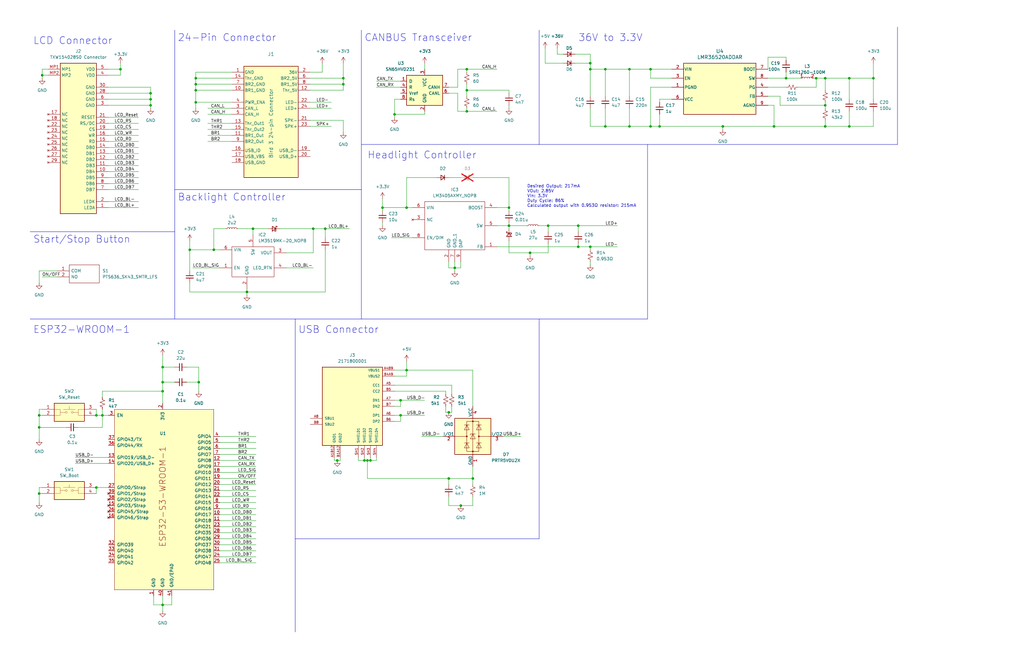
<source format=kicad_sch>
(kicad_sch (version 20230121) (generator eeschema)
  (paper "USLedger")
  (title_block (title "Bird 3 Controller"))
  (junction (at 278.13 53.34))
  (junction (at 274.32 29.21))
  (junction (at 255.27 29.21))
  (junction (at 191.77 113.03))
  (junction (at 68.58 255.27))
  (junction (at 80.01 105.41))
  (junction (at 248.92 29.21))
  (junction (at 243.84 95.25))
  (junction (at 82.55 38.1))
  (junction (at 166.37 48.26))
  (junction (at 161.29 87.63))
  (junction (at 82.55 33.02))
  (junction (at 168.91 168.91))
  (junction (at 189.23 173.99))
  (junction (at 196.85 38.1))
  (junction (at 16.51 208.28))
  (junction (at 248.92 104.14))
  (junction (at 358.14 33.02))
  (junction (at 16.51 175.26))
  (junction (at 104.14 123.19))
  (junction (at 63.5 41.91))
  (junction (at 68.58 165.1))
  (junction (at 137.16 96.52))
  (junction (at 196.85 29.21))
  (junction (at 90.17 105.41))
  (junction (at 82.55 35.56))
  (junction (at 63.5 39.37))
  (junction (at 83.82 161.29))
  (junction (at 16.51 180.34))
  (junction (at 196.85 46.99))
  (junction (at 347.98 33.02))
  (junction (at 304.8 53.34))
  (junction (at 231.14 95.25))
  (junction (at 347.98 53.34))
  (junction (at 144.78 33.02))
  (junction (at 274.32 53.34))
  (junction (at 214.63 95.25))
  (junction (at 156.21 194.31))
  (junction (at 154.94 194.31))
  (junction (at 50.8 29.21))
  (junction (at 144.78 35.56))
  (junction (at 331.47 33.02))
  (junction (at 68.58 161.29))
  (junction (at 40.64 205.74))
  (junction (at 168.91 175.26))
  (junction (at 214.63 87.63))
  (junction (at 344.17 33.02))
  (junction (at 189.23 201.93))
  (junction (at 68.58 154.94))
  (junction (at 63.5 44.45))
  (junction (at 153.67 194.31))
  (junction (at 43.18 175.26))
  (junction (at 199.39 201.93))
  (junction (at 82.55 43.18))
  (junction (at 358.14 53.34))
  (junction (at 142.24 194.31))
  (junction (at 132.08 96.52))
  (junction (at 171.45 156.21))
  (junction (at 347.98 44.45))
  (junction (at 40.64 175.26))
  (junction (at 265.43 29.21))
  (junction (at 243.84 104.14))
  (junction (at 106.68 96.52))
  (junction (at 17.78 31.75))
  (junction (at 255.27 53.34))
  (junction (at 171.45 87.63))
  (junction (at 194.31 213.36))
  (junction (at 223.52 106.68))
  (junction (at 265.43 53.34))
  (junction (at 368.3 33.02))
  (junction (at 248.92 26.67))
  (junction (at 326.39 53.34))
  (wire (pts (xy 166.37 165.1) (xy 187.96 165.1)))
  (wire (pts (xy 92.71 194.31) (xy 107.95 194.31)))
  (wire (pts (xy 90.17 96.52) (xy 90.17 105.41)))
  (wire (pts (xy 82.55 33.02) (xy 82.55 35.56)))
  (wire (pts (xy 17.78 31.75) (xy 17.78 33.02)))
  (wire (pts (xy 214.63 106.68) (xy 223.52 106.68)))
  (wire (pts (xy 92.71 234.95) (xy 107.95 234.95)))
  (wire (pts (xy 336.55 36.83) (xy 344.17 36.83)))
  (wire (pts (xy 17.78 29.21) (xy 17.78 31.75)))
  (wire (pts (xy 16.51 180.34) (xy 16.51 185.42)))
  (wire (pts (xy 64.77 255.27) (xy 68.58 255.27)))
  (wire (pts (xy 358.14 53.34) (xy 368.3 53.34)))
  (wire (pts (xy 274.32 53.34) (xy 278.13 53.34)))
  (wire (pts (xy 83.82 161.29) (xy 78.74 161.29)))
  (wire (pts (xy 166.37 156.21) (xy 171.45 156.21)))
  (wire (pts (xy 347.98 43.18) (xy 347.98 44.45)))
  (wire (pts (xy 68.58 165.1) (xy 68.58 170.18)))
  (wire (pts (xy 16.51 208.28) (xy 16.51 212.09)))
  (wire (pts (xy 283.21 41.91) (xy 278.13 41.91)))
  (wire (pts (xy 92.71 209.55) (xy 107.95 209.55)))
  (wire (pts (xy 144.78 38.1) (xy 144.78 35.56)))
  (wire (pts (xy 144.78 50.8) (xy 144.78 55.88)))
  (wire (pts (xy 323.85 24.13) (xy 331.47 24.13)))
  (wire (pts (xy 358.14 46.99) (xy 358.14 53.34)))
  (wire (pts (xy 63.5 44.45) (xy 63.5 45.72)))
  (wire (pts (xy 120.65 113.03) (xy 132.08 113.03)))
  (wire (pts (xy 331.47 30.48) (xy 331.47 33.02)))
  (wire (pts (xy 166.37 48.26) (xy 179.07 48.26)))
  (wire (pts (xy 137.16 123.19) (xy 104.14 123.19)))
  (wire (pts (xy 151.13 194.31) (xy 153.67 194.31)))
  (wire (pts (xy 331.47 33.02) (xy 337.82 33.02)))
  (polyline (pts (xy 227.33 12.7) (xy 227.33 60.96)))
  (wire (pts (xy 72.39 251.46) (xy 72.39 255.27)))
  (wire (pts (xy 87.63 48.26) (xy 97.79 48.26)))
  (wire (pts (xy 189.23 201.93) (xy 199.39 201.93)))
  (wire (pts (xy 248.92 110.49) (xy 248.92 111.76)))
  (wire (pts (xy 45.72 59.69) (xy 58.42 59.69)))
  (wire (pts (xy 189.23 173.99) (xy 190.5 173.99)))
  (wire (pts (xy 154.94 194.31) (xy 154.94 201.93)))
  (wire (pts (xy 243.84 97.79) (xy 243.84 95.25)))
  (wire (pts (xy 166.37 168.91) (xy 168.91 168.91)))
  (wire (pts (xy 189.23 201.93) (xy 189.23 204.47)))
  (polyline (pts (xy 12.7 134.62) (xy 124.46 134.62)))
  (wire (pts (xy 87.63 52.07) (xy 97.79 52.07)))
  (wire (pts (xy 87.63 54.61) (xy 97.79 54.61)))
  (polyline (pts (xy 152.4 80.01) (xy 152.4 134.62)))
  (wire (pts (xy 274.32 36.83) (xy 274.32 53.34)))
  (polyline (pts (xy 227.33 227.33) (xy 227.33 134.62)))
  (polyline (pts (xy 152.4 60.96) (xy 227.33 60.96)))
  (polyline (pts (xy 152.4 134.62) (xy 124.46 134.62)))
  (wire (pts (xy 118.11 96.52) (xy 132.08 96.52)))
  (wire (pts (xy 130.81 38.1) (xy 144.78 38.1)))
  (wire (pts (xy 237.49 22.86) (xy 234.95 22.86)))
  (wire (pts (xy 212.09 184.15) (xy 219.71 184.15)))
  (wire (pts (xy 82.55 43.18) (xy 82.55 45.72)))
  (wire (pts (xy 92.71 207.01) (xy 107.95 207.01)))
  (wire (pts (xy 189.23 39.37) (xy 193.04 39.37)))
  (wire (pts (xy 194.31 213.36) (xy 189.23 213.36)))
  (wire (pts (xy 189.23 110.49) (xy 189.23 113.03)))
  (wire (pts (xy 248.92 104.14) (xy 260.35 104.14)))
  (wire (pts (xy 265.43 29.21) (xy 255.27 29.21)))
  (wire (pts (xy 243.84 102.87) (xy 243.84 104.14)))
  (wire (pts (xy 92.71 191.77) (xy 107.95 191.77)))
  (wire (pts (xy 196.85 38.1) (xy 196.85 40.64)))
  (wire (pts (xy 104.14 121.92) (xy 104.14 123.19)))
  (wire (pts (xy 92.71 227.33) (xy 107.95 227.33)))
  (wire (pts (xy 179.07 48.26) (xy 179.07 46.99)))
  (wire (pts (xy 43.18 180.34) (xy 43.18 175.26)))
  (wire (pts (xy 187.96 165.1) (xy 187.96 166.37)))
  (wire (pts (xy 168.91 171.45) (xy 168.91 168.91)))
  (wire (pts (xy 68.58 154.94) (xy 68.58 161.29)))
  (wire (pts (xy 33.02 180.34) (xy 43.18 180.34)))
  (wire (pts (xy 199.39 156.21) (xy 199.39 171.45)))
  (wire (pts (xy 166.37 162.56) (xy 190.5 162.56)))
  (wire (pts (xy 328.93 40.64) (xy 328.93 44.45)))
  (wire (pts (xy 194.31 113.03) (xy 191.77 113.03)))
  (wire (pts (xy 187.96 171.45) (xy 187.96 173.99)))
  (wire (pts (xy 242.57 22.86) (xy 248.92 22.86)))
  (wire (pts (xy 40.64 205.74) (xy 40.64 208.28)))
  (wire (pts (xy 143.51 194.31) (xy 143.51 193.04)))
  (wire (pts (xy 166.37 175.26) (xy 168.91 175.26)))
  (wire (pts (xy 68.58 255.27) (xy 68.58 257.81)))
  (wire (pts (xy 368.3 33.02) (xy 368.3 41.91)))
  (wire (pts (xy 278.13 48.26) (xy 278.13 53.34)))
  (wire (pts (xy 140.97 193.04) (xy 140.97 194.31)))
  (wire (pts (xy 189.23 113.03) (xy 191.77 113.03)))
  (wire (pts (xy 92.71 196.85) (xy 107.95 196.85)))
  (wire (pts (xy 214.63 95.25) (xy 222.25 95.25)))
  (wire (pts (xy 171.45 87.63) (xy 173.99 87.63)))
  (wire (pts (xy 278.13 41.91) (xy 278.13 43.18)))
  (wire (pts (xy 214.63 38.1) (xy 214.63 39.37)))
  (wire (pts (xy 158.75 36.83) (xy 168.91 36.83)))
  (wire (pts (xy 92.71 232.41) (xy 107.95 232.41)))
  (wire (pts (xy 45.72 57.15) (xy 58.42 57.15)))
  (wire (pts (xy 80.01 105.41) (xy 80.01 114.3)))
  (wire (pts (xy 45.72 44.45) (xy 63.5 44.45)))
  (wire (pts (xy 248.92 45.72) (xy 248.92 53.34)))
  (wire (pts (xy 326.39 44.45) (xy 326.39 53.34)))
  (wire (pts (xy 58.42 80.01) (xy 45.72 80.01)))
  (wire (pts (xy 193.04 29.21) (xy 196.85 29.21)))
  (wire (pts (xy 92.71 201.93) (xy 107.95 201.93)))
  (wire (pts (xy 344.17 33.02) (xy 342.9 33.02)))
  (wire (pts (xy 199.39 213.36) (xy 194.31 213.36)))
  (wire (pts (xy 177.8 184.15) (xy 186.69 184.15)))
  (wire (pts (xy 161.29 93.98) (xy 161.29 95.25)))
  (wire (pts (xy 214.63 74.93) (xy 214.63 87.63)))
  (wire (pts (xy 223.52 106.68) (xy 223.52 107.95)))
  (wire (pts (xy 45.72 85.09) (xy 58.42 85.09)))
  (wire (pts (xy 90.17 105.41) (xy 80.01 105.41)))
  (wire (pts (xy 231.14 97.79) (xy 231.14 95.25)))
  (wire (pts (xy 368.3 26.67) (xy 368.3 33.02)))
  (wire (pts (xy 135.89 26.67) (xy 135.89 30.48)))
  (wire (pts (xy 243.84 95.25) (xy 260.35 95.25)))
  (wire (pts (xy 229.87 26.67) (xy 237.49 26.67)))
  (wire (pts (xy 304.8 53.34) (xy 326.39 53.34)))
  (wire (pts (xy 179.07 26.67) (xy 179.07 29.21)))
  (wire (pts (xy 43.18 172.72) (xy 43.18 175.26)))
  (wire (pts (xy 243.84 104.14) (xy 248.92 104.14)))
  (wire (pts (xy 78.74 154.94) (xy 83.82 154.94)))
  (wire (pts (xy 166.37 171.45) (xy 168.91 171.45)))
  (wire (pts (xy 156.21 194.31) (xy 158.75 194.31)))
  (wire (pts (xy 45.72 72.39) (xy 58.42 72.39)))
  (wire (pts (xy 214.63 44.45) (xy 214.63 45.72)))
  (polyline (pts (xy 378.46 11.43) (xy 378.46 60.96)))
  (wire (pts (xy 64.77 251.46) (xy 64.77 255.27)))
  (wire (pts (xy 231.14 106.68) (xy 223.52 106.68)))
  (wire (pts (xy 82.55 38.1) (xy 97.79 38.1)))
  (wire (pts (xy 137.16 96.52) (xy 147.32 96.52)))
  (wire (pts (xy 40.64 205.74) (xy 45.72 205.74)))
  (wire (pts (xy 196.85 46.99) (xy 209.55 46.99)))
  (wire (pts (xy 323.85 36.83) (xy 331.47 36.83)))
  (wire (pts (xy 45.72 69.85) (xy 58.42 69.85)))
  (polyline (pts (xy 273.05 134.62) (xy 273.05 60.96)))
  (wire (pts (xy 45.72 36.83) (xy 63.5 36.83)))
  (wire (pts (xy 132.08 96.52) (xy 137.16 96.52)))
  (wire (pts (xy 92.71 105.41) (xy 90.17 105.41)))
  (wire (pts (xy 16.51 172.72) (xy 17.78 172.72)))
  (wire (pts (xy 130.81 45.72) (xy 139.7 45.72)))
  (polyline (pts (xy 152.4 134.62) (xy 273.05 134.62)))
  (wire (pts (xy 142.24 194.31) (xy 143.51 194.31)))
  (wire (pts (xy 166.37 41.91) (xy 166.37 48.26)))
  (wire (pts (xy 255.27 29.21) (xy 248.92 29.21)))
  (wire (pts (xy 199.39 201.93) (xy 199.39 204.47)))
  (wire (pts (xy 283.21 29.21) (xy 274.32 29.21)))
  (wire (pts (xy 166.37 48.26) (xy 166.37 49.53)))
  (wire (pts (xy 45.72 64.77) (xy 58.42 64.77)))
  (wire (pts (xy 45.72 39.37) (xy 63.5 39.37)))
  (wire (pts (xy 45.72 74.93) (xy 58.42 74.93)))
  (wire (pts (xy 130.81 30.48) (xy 135.89 30.48)))
  (wire (pts (xy 154.94 194.31) (xy 156.21 194.31)))
  (wire (pts (xy 63.5 39.37) (xy 63.5 41.91)))
  (wire (pts (xy 40.64 175.26) (xy 43.18 175.26)))
  (wire (pts (xy 161.29 87.63) (xy 171.45 87.63)))
  (wire (pts (xy 242.57 26.67) (xy 248.92 26.67)))
  (wire (pts (xy 45.72 41.91) (xy 63.5 41.91)))
  (wire (pts (xy 323.85 33.02) (xy 331.47 33.02)))
  (wire (pts (xy 196.85 38.1) (xy 214.63 38.1)))
  (wire (pts (xy 83.82 154.94) (xy 83.82 161.29)))
  (wire (pts (xy 45.72 67.31) (xy 58.42 67.31)))
  (wire (pts (xy 344.17 36.83) (xy 344.17 33.02)))
  (wire (pts (xy 16.51 175.26) (xy 16.51 180.34)))
  (wire (pts (xy 92.71 184.15) (xy 107.95 184.15)))
  (wire (pts (xy 154.94 201.93) (xy 189.23 201.93)))
  (wire (pts (xy 265.43 53.34) (xy 274.32 53.34)))
  (wire (pts (xy 17.78 116.84) (xy 24.13 116.84)))
  (wire (pts (xy 132.08 96.52) (xy 132.08 106.68)))
  (wire (pts (xy 82.55 35.56) (xy 82.55 38.1)))
  (wire (pts (xy 95.25 96.52) (xy 90.17 96.52)))
  (wire (pts (xy 63.5 36.83) (xy 63.5 39.37)))
  (polyline (pts (xy 124.46 227.33) (xy 227.33 227.33)))
  (wire (pts (xy 184.15 74.93) (xy 171.45 74.93)))
  (wire (pts (xy 92.71 222.25) (xy 107.95 222.25)))
  (wire (pts (xy 153.67 193.04) (xy 153.67 194.31)))
  (wire (pts (xy 283.21 33.02) (xy 274.32 33.02)))
  (wire (pts (xy 191.77 113.03) (xy 191.77 114.3)))
  (wire (pts (xy 347.98 44.45) (xy 347.98 45.72)))
  (wire (pts (xy 358.14 33.02) (xy 368.3 33.02)))
  (wire (pts (xy 255.27 45.72) (xy 255.27 53.34)))
  (wire (pts (xy 45.72 29.21) (xy 50.8 29.21)))
  (wire (pts (xy 156.21 193.04) (xy 156.21 194.31)))
  (wire (pts (xy 73.66 161.29) (xy 68.58 161.29)))
  (wire (pts (xy 189.23 74.93) (xy 194.31 74.93)))
  (wire (pts (xy 82.55 33.02) (xy 97.79 33.02)))
  (wire (pts (xy 43.18 175.26) (xy 45.72 175.26)))
  (wire (pts (xy 130.81 35.56) (xy 144.78 35.56)))
  (wire (pts (xy 16.51 114.3) (xy 16.51 119.38)))
  (wire (pts (xy 130.81 50.8) (xy 144.78 50.8)))
  (wire (pts (xy 347.98 33.02) (xy 344.17 33.02)))
  (wire (pts (xy 199.39 156.21) (xy 171.45 156.21)))
  (wire (pts (xy 63.5 41.91) (xy 63.5 44.45)))
  (wire (pts (xy 158.75 34.29) (xy 168.91 34.29)))
  (wire (pts (xy 193.04 36.83) (xy 193.04 29.21)))
  (wire (pts (xy 45.72 87.63) (xy 58.42 87.63)))
  (wire (pts (xy 214.63 87.63) (xy 214.63 88.9)))
  (wire (pts (xy 214.63 87.63) (xy 209.55 87.63)))
  (wire (pts (xy 92.71 212.09) (xy 107.95 212.09)))
  (wire (pts (xy 196.85 29.21) (xy 196.85 30.48)))
  (wire (pts (xy 68.58 251.46) (xy 68.58 255.27)))
  (wire (pts (xy 92.71 237.49) (xy 107.95 237.49)))
  (wire (pts (xy 166.37 158.75) (xy 171.45 158.75)))
  (wire (pts (xy 92.71 214.63) (xy 107.95 214.63)))
  (wire (pts (xy 68.58 149.86) (xy 68.58 154.94)))
  (wire (pts (xy 45.72 62.23) (xy 58.42 62.23)))
  (polyline (pts (xy 124.46 134.62) (xy 124.46 266.7)))
  (wire (pts (xy 106.68 96.52) (xy 113.03 96.52)))
  (wire (pts (xy 68.58 161.29) (xy 68.58 165.1)))
  (wire (pts (xy 274.32 33.02) (xy 274.32 29.21)))
  (wire (pts (xy 43.18 167.64) (xy 43.18 165.1)))
  (wire (pts (xy 151.13 193.04) (xy 151.13 194.31)))
  (wire (pts (xy 248.92 104.14) (xy 248.92 105.41)))
  (polyline (pts (xy 227.33 60.96) (xy 378.46 60.96)))
  (wire (pts (xy 87.63 59.69) (xy 97.79 59.69)))
  (wire (pts (xy 58.42 54.61) (xy 45.72 54.61)))
  (wire (pts (xy 137.16 105.41) (xy 137.16 123.19)))
  (wire (pts (xy 161.29 87.63) (xy 161.29 88.9)))
  (wire (pts (xy 171.45 156.21) (xy 171.45 152.4)))
  (wire (pts (xy 80.01 119.38) (xy 80.01 123.19)))
  (wire (pts (xy 58.42 77.47) (xy 45.72 77.47)))
  (wire (pts (xy 199.39 196.85) (xy 199.39 201.93)))
  (wire (pts (xy 347.98 50.8) (xy 347.98 53.34)))
  (wire (pts (xy 187.96 173.99) (xy 189.23 173.99)))
  (polyline (pts (xy 12.7 97.79) (xy 73.66 97.79)))
  (wire (pts (xy 153.67 194.31) (xy 154.94 194.31)))
  (wire (pts (xy 68.58 255.27) (xy 72.39 255.27)))
  (wire (pts (xy 132.08 106.68) (xy 120.65 106.68)))
  (wire (pts (xy 168.91 177.8) (xy 166.37 177.8)))
  (polyline (pts (xy 152.4 12.7) (xy 152.4 80.01)))
  (wire (pts (xy 248.92 22.86) (xy 248.92 26.67)))
  (wire (pts (xy 209.55 95.25) (xy 214.63 95.25)))
  (wire (pts (xy 17.78 205.74) (xy 16.51 205.74)))
  (wire (pts (xy 199.39 209.55) (xy 199.39 213.36)))
  (wire (pts (xy 331.47 24.13) (xy 331.47 25.4)))
  (polyline (pts (xy 73.66 12.7) (xy 73.66 97.79)))
  (wire (pts (xy 106.68 96.52) (xy 106.68 99.06)))
  (wire (pts (xy 347.98 38.1) (xy 347.98 33.02)))
  (wire (pts (xy 265.43 45.72) (xy 265.43 53.34)))
  (wire (pts (xy 214.63 95.25) (xy 214.63 93.98)))
  (wire (pts (xy 82.55 38.1) (xy 82.55 43.18)))
  (wire (pts (xy 45.72 193.04) (xy 31.75 193.04)))
  (wire (pts (xy 214.63 95.25) (xy 214.63 96.52)))
  (wire (pts (xy 248.92 53.34) (xy 255.27 53.34)))
  (wire (pts (xy 144.78 26.67) (xy 144.78 33.02)))
  (wire (pts (xy 199.39 74.93) (xy 214.63 74.93)))
  (wire (pts (xy 196.85 35.56) (xy 196.85 38.1)))
  (wire (pts (xy 190.5 162.56) (xy 190.5 166.37)))
  (wire (pts (xy 278.13 53.34) (xy 304.8 53.34)))
  (wire (pts (xy 40.64 172.72) (xy 40.64 175.26)))
  (wire (pts (xy 140.97 194.31) (xy 142.24 194.31)))
  (wire (pts (xy 100.33 96.52) (xy 106.68 96.52)))
  (wire (pts (xy 80.01 101.6) (xy 80.01 105.41)))
  (wire (pts (xy 31.75 195.58) (xy 45.72 195.58)))
  (wire (pts (xy 255.27 53.34) (xy 265.43 53.34)))
  (wire (pts (xy 24.13 114.3) (xy 16.51 114.3)))
  (wire (pts (xy 58.42 49.53) (xy 45.72 49.53)))
  (wire (pts (xy 165.1 100.33) (xy 173.99 100.33)))
  (wire (pts (xy 323.85 24.13) (xy 323.85 29.21)))
  (wire (pts (xy 82.55 35.56) (xy 97.79 35.56)))
  (wire (pts (xy 130.81 33.02) (xy 144.78 33.02)))
  (wire (pts (xy 231.14 102.87) (xy 231.14 106.68)))
  (wire (pts (xy 50.8 29.21) (xy 50.8 31.75)))
  (polyline (pts (xy 152.4 80.01) (xy 73.66 80.01)))
  (wire (pts (xy 92.71 199.39) (xy 107.95 199.39)))
  (wire (pts (xy 92.71 229.87) (xy 107.95 229.87)))
  (wire (pts (xy 171.45 158.75) (xy 171.45 156.21)))
  (wire (pts (xy 20.32 31.75) (xy 17.78 31.75)))
  (wire (pts (xy 168.91 175.26) (xy 168.91 177.8)))
  (wire (pts (xy 323.85 44.45) (xy 326.39 44.45)))
  (wire (pts (xy 189.23 36.83) (xy 193.04 36.83)))
  (wire (pts (xy 137.16 96.52) (xy 137.16 100.33)))
  (wire (pts (xy 87.63 45.72) (xy 97.79 45.72)))
  (wire (pts (xy 68.58 154.94) (xy 73.66 154.94)))
  (wire (pts (xy 243.84 95.25) (xy 231.14 95.25)))
  (wire (pts (xy 50.8 31.75) (xy 45.72 31.75)))
  (wire (pts (xy 43.18 165.1) (xy 68.58 165.1)))
  (wire (pts (xy 304.8 53.34) (xy 304.8 54.61)))
  (wire (pts (xy 231.14 95.25) (xy 227.33 95.25)))
  (wire (pts (xy 82.55 30.48) (xy 82.55 33.02)))
  (wire (pts (xy 130.81 53.34) (xy 139.7 53.34)))
  (wire (pts (xy 196.85 45.72) (xy 196.85 46.99)))
  (wire (pts (xy 229.87 20.32) (xy 229.87 26.67)))
  (wire (pts (xy 16.51 172.72) (xy 16.51 175.26)))
  (wire (pts (xy 161.29 83.82) (xy 161.29 87.63)))
  (wire (pts (xy 83.82 161.29) (xy 83.82 165.1)))
  (wire (pts (xy 158.75 194.31) (xy 158.75 193.04)))
  (wire (pts (xy 92.71 217.17) (xy 107.95 217.17)))
  (wire (pts (xy 214.63 101.6) (xy 214.63 106.68)))
  (wire (pts (xy 248.92 26.67) (xy 248.92 29.21)))
  (wire (pts (xy 191.77 110.49) (xy 191.77 113.03)))
  (wire (pts (xy 144.78 33.02) (xy 144.78 35.56)))
  (wire (pts (xy 265.43 29.21) (xy 265.43 40.64)))
  (wire (pts (xy 92.71 204.47) (xy 107.95 204.47)))
  (wire (pts (xy 171.45 74.93) (xy 171.45 87.63)))
  (wire (pts (xy 92.71 186.69) (xy 107.95 186.69)))
  (wire (pts (xy 190.5 173.99) (xy 190.5 171.45)))
  (wire (pts (xy 16.51 175.26) (xy 17.78 175.26)))
  (wire (pts (xy 358.14 41.91) (xy 358.14 33.02)))
  (wire (pts (xy 274.32 29.21) (xy 265.43 29.21)))
  (wire (pts (xy 81.28 113.03) (xy 92.71 113.03)))
  (wire (pts (xy 92.71 224.79) (xy 107.95 224.79)))
  (wire (pts (xy 248.92 29.21) (xy 248.92 40.64)))
  (wire (pts (xy 168.91 175.26) (xy 179.07 175.26)))
  (wire (pts (xy 347.98 53.34) (xy 358.14 53.34)))
  (wire (pts (xy 209.55 104.14) (xy 243.84 104.14)))
  (wire (pts (xy 20.32 29.21) (xy 17.78 29.21)))
  (wire (pts (xy 104.14 123.19) (xy 104.14 124.46)))
  (polyline (pts (xy 73.66 97.79) (xy 73.66 134.62)))
  (wire (pts (xy 368.3 46.99) (xy 368.3 53.34)))
  (wire (pts (xy 92.71 219.71) (xy 107.95 219.71)))
  (wire (pts (xy 255.27 29.21) (xy 255.27 40.64)))
  (wire (pts (xy 326.39 53.34) (xy 347.98 53.34)))
  (wire (pts (xy 328.93 44.45) (xy 347.98 44.45)))
  (wire (pts (xy 16.51 180.34) (xy 27.94 180.34)))
  (wire (pts (xy 16.51 208.28) (xy 17.78 208.28)))
  (wire (pts (xy 189.23 213.36) (xy 189.23 209.55)))
  (wire (pts (xy 87.63 57.15) (xy 97.79 57.15)))
  (wire (pts (xy 196.85 29.21) (xy 209.55 29.21)))
  (wire (pts (xy 168.91 41.91) (xy 166.37 41.91)))
  (wire (pts (xy 50.8 26.67) (xy 50.8 29.21)))
  (wire (pts (xy 168.91 168.91) (xy 179.07 168.91)))
  (wire (pts (xy 16.51 205.74) (xy 16.51 208.28)))
  (wire (pts (xy 82.55 43.18) (xy 97.79 43.18)))
  (wire (pts (xy 193.04 46.99) (xy 196.85 46.99)))
  (wire (pts (xy 193.04 39.37) (xy 193.04 46.99)))
  (wire (pts (xy 58.42 52.07) (xy 45.72 52.07)))
  (wire (pts (xy 358.14 33.02) (xy 347.98 33.02)))
  (wire (pts (xy 283.21 36.83) (xy 274.32 36.83)))
  (wire (pts (xy 130.81 43.18) (xy 139.7 43.18)))
  (wire (pts (xy 80.01 123.19) (xy 104.14 123.19)))
  (wire (pts (xy 323.85 40.64) (xy 328.93 40.64)))
  (wire (pts (xy 97.79 30.48) (xy 82.55 30.48)))
  (wire (pts (xy 92.71 189.23) (xy 107.95 189.23)))
  (wire (pts (xy 194.31 110.49) (xy 194.31 113.03)))
  (wire (pts (xy 234.95 22.86) (xy 234.95 20.32)))
  (text "Headlight Controller" (at 154.94 67.31 0) (effects (font (size 3 3)) (justify left bottom)))
  (text "36V to 3.3V" (at 243.84 17.78 0) (effects (font (size 3 3)) (justify left bottom)))
  (text "ESP32-WROOM-1" (at 13.97 140.97 0) (effects (font (size 3 3)) (justify left bottom)))
  (text "CANBUS Transceiver" (at 153.67 17.78 0) (effects (font (size 3 3)) (justify left bottom)))
  (text "Desired Output: 217mA\nVOut: 2.85V\nVIn: 3.3V\nDuty Cycle: 86%\nCalculated output with 0.953Ω resistor: 215mA" (at 222.25 87.63 0) (effects (font (size 1.27 1.27)) (justify left bottom)))
  (text "24-Pin Connector" (at 74.93 17.78 0) (effects (font (size 3 3)) (justify left bottom)))
  (text "LCD Connector" (at 13.97 19.05 0) (effects (font (size 3 3)) (justify left bottom)))
  (text "Backlight Controller" (at 74.93 85.09 0) (effects (font (size 3 3)) (justify left bottom)))
  (text "USB Connector" (at 125.73 140.97 0) (effects (font (size 3 3)) (justify left bottom)))
  (text "Start/Stop Button" (at 13.97 102.87 0) (effects (font (size 3 3)) (justify left bottom)))
  (label "LED+" (at 133.35 45.72 0))
  (label "LCD_DB7" (at 97.79 234.95 0))
  (label "BR2" (at 88.9 59.69 0))
  (label "CAN_TX" (at 100.33 194.31 0))
  (label "LED-" (at 133.35 43.18 0))
  (label "LCD_RD" (at 97.79 214.63 0))
  (label "CAN_RX" (at 100.33 196.85 0))
  (label "LCD_CS" (at 48.26 54.61 0))
  (label "USB_D+" (at 31.75 195.58 0))
  (label "LCD_DB0" (at 97.79 217.17 0))
  (label "LCD_CS" (at 97.79 209.55 0))
  (label "LCD_BL-" (at 123.19 113.03 0))
  (label "THR1" (at 88.9 52.07 0))
  (label "LCD_RD" (at 48.26 59.69 0))
  (label "LCD_DB6" (at 48.26 77.47 0))
  (label "CAN_H" (at 203.2 29.21 0))
  (label "LCD_DB3" (at 48.26 69.85 0))
  (label "LCD_BL_SIG" (at 95.25 237.49 0))
  (label "SPK+" (at 133.35 53.34 0))
  (label "BR1" (at 88.9 57.15 0))
  (label "USB_D-" (at 177.8 184.15 0))
  (label "THR2" (at 88.9 54.61 0))
  (label "LCD_DB4" (at 48.26 72.39 0))
  (label "CAN_TX" (at 158.75 34.29 0))
  (label "LCD_DB6" (at 97.79 232.41 0))
  (label "ON{slash}OFF" (at 17.78 116.84 0))
  (label "LED+" (at 255.27 95.25 0))
  (label "LCD_DB1" (at 97.79 219.71 0))
  (label "LCD_DB2" (at 97.79 222.25 0))
  (label "LCD_DB5" (at 97.79 229.87 0))
  (label "LCD_BL+" (at 48.26 87.63 0))
  (label "LED_SIG" (at 100.33 199.39 0))
  (label "LCD_WR" (at 48.26 57.15 0))
  (label "LCD_DB4" (at 97.79 227.33 0))
  (label "LCD_DB7" (at 48.26 80.01 0))
  (label "LCD_RS" (at 48.26 52.07 0))
  (label "LCD_DB0" (at 48.26 62.23 0))
  (label "LCD_BL-" (at 48.26 85.09 0))
  (label "LCD_RS" (at 97.79 207.01 0))
  (label "LCD_BL+" (at 138.43 96.52 0))
  (label "CAN_H" (at 88.9 48.26 0))
  (label "LCD_BL_SIG" (at 81.28 113.03 0))
  (label "LCD_DB5" (at 48.26 74.93 0))
  (label "THR1" (at 100.33 184.15 0))
  (label "LED_SIG" (at 165.1 100.33 0))
  (label "THR2" (at 100.33 186.69 0))
  (label "USB_D+" (at 171.45 175.26 0))
  (label "CAN_L" (at 88.9 45.72 0))
  (label "BR1" (at 100.33 189.23 0))
  (label "BR2" (at 100.33 191.77 0))
  (label "USB_D+" (at 212.09 184.15 0))
  (label "LCD_Reset" (at 97.79 204.47 0))
  (label "ON{slash}OFF" (at 100.33 201.93 0))
  (label "LCD_DB1" (at 48.26 64.77 0))
  (label "USB_D-" (at 31.75 193.04 0))
  (label "LCD_DB3" (at 97.79 224.79 0))
  (label "LCD_WR" (at 97.79 212.09 0))
  (label "CAN_RX" (at 158.75 36.83 0))
  (label "CAN_L" (at 203.2 46.99 0))
  (label "LED-" (at 255.27 104.14 0))
  (label "LCD_Reset" (at 48.26 49.53 0))
  (label "LCD_DB2" (at 48.26 67.31 0))
  (label "USB_D-" (at 171.45 168.91 0))
  (symbol (lib_id "power:+3.3V") (at 161.29 83.82 0) (unit 1)
    (property "Reference" "#PWR035" (effects hide))
    (property "Value" "+3.3V" (at 161.29 78.74 0))
  )
  (symbol (lib_id "Device:D_Schottky_Small") (at 115.57 96.52 0) (mirror y) (unit 1)
    (property "Reference" "D1" (at 115.824 92.71 0))
    (property "Value" "D_Schottky_Small" (effects hide))
    (property "Footprint" "Diode_SMD:D_0805_2012Metric_Pad1.15x1.40mm_HandSolder" (effects hide))
    (property "Datasheet" "https://www.mouser.com/datasheet/2/40/schottky-3165252.pdf" (effects hide))
    (property "Mouser Part Number" "581-SD0805S020S1R0" (effects hide))
    (property "Manufacturer_Name" "KYOCERA AVX" (effects hide))
    (property "Manufacturer_Part_Number" "SD0805S020S1R0" (effects hide))
    (property "Digikey Part Number" "478-7800-1-ND" (effects hide))
    (property "JLCPCB Part" "C143773" (effects hide))
  )
  (symbol (lib_id "power:GND") (at 63.5 45.72 0) (unit 1)
    (property "Reference" "#PWR015" (effects hide))
    (property "Value" "GND" (at 63.5 50.8 0))
  )
  (symbol (lib_id "Bird3Controller:PTS526_SK15_SMTR2_LFS") (at 29.21 207.01 0) (unit 1)
    (property "Reference" "SW1" (at 29.21 198.12 0))
    (property "Value" "SW_Boot" (at 29.21 200.66 0))
    (property "Footprint" "Bird3Controller:PTS526SK15SMTR2LFS" (effects hide))
    (property "Datasheet" "https://www.ckswitches.com/media/2780/pts526.pdf" (effects hide))
    (property "Height" "1.65" (effects hide))
    (property "Mouser Part Number" "611-PTS526SK15SMR2L" (effects hide))
    (property "Mouser Price/Stock" "https://www.mouser.co.uk/ProductDetail/CK/PTS526-SK15-SMTR2-LFS?qs=UXgszm6BlbF5Ezp94JAQtw%3D%3D" (effects hide))
    (property "Manufacturer_Name" "C & K COMPONENTS" (effects hide))
    (property "Manufacturer_Part_Number" "PTS526 SK15 SMTR2 LFS" (effects hide))
    (property "Digikey Part Number" "CKN12221-1-ND" (effects hide))
    (property "JLCPCB Part" "C2689521" (effects hide))
  )
  (symbol (lib_id "Device:C_Small") (at 189.23 207.01 0) (unit 1)
    (property "Reference" "C4" (at 191.77 205.7463 0) (effects (justify left)))
    (property "Value" "4n7" (at 191.77 208.2863 0) (effects (justify left)))
    (property "Footprint" "Capacitor_SMD:C_0805_2012Metric_Pad1.18x1.45mm_HandSolder" (effects hide))
    (property "Datasheet" "https://www.mouser.com/datasheet/2/40/AutoMLCC-2952695.pdf" (effects hide))
    (property "Mouser Part Number" "581-08055C472K4T4A" (effects hide))
    (property "Manufacturer_Name" "KYOCERA AVX" (effects hide))
    (property "Manufacturer_Part_Number" "08055C472K4T4A" (effects hide))
    (property "Digikey Part Number" "478-KAM21KR71E224KUCT-ND" (effects hide))
    (property "JLCPCB Part" "C117979" (effects hide))
  )
  (symbol (lib_id "Device:C_Small") (at 137.16 102.87 0) (unit 1)
    (property "Reference" "C22" (at 139.7 101.6063 0) (effects (justify left)))
    (property "Value" "1u" (at 139.7 104.1463 0) (effects (justify left)))
    (property "Footprint" "Capacitor_SMD:C_0805_2012Metric_Pad1.18x1.45mm_HandSolder" (effects hide))
    (property "Datasheet" "https://www.mouser.com/datasheet/2/585/MLCC-1837944.pdf" (effects hide))
    (property "Mouser Part Number" "187-CL21B105MBFNNNE" (effects hide))
    (property "Manufacturer_Name" "Samsung Electro-Mechanics" (effects hide))
    (property "Manufacturer_Part_Number" "CL21B105MBFNNNE" (effects hide))
    (property "Digikey Part Number" "1276-1029-1-ND" (effects hide))
    (property "JLCPCB Part" "C28323" (effects hide))
  )
  (symbol (lib_id "Device:R_Small_US") (at 196.85 43.18 0) (unit 1)
    (property "Reference" "R6" (at 199.39 41.91 0) (effects (justify left)))
    (property "Value" "60" (at 199.39 44.45 0) (effects (justify left)))
    (property "Footprint" "Resistor_SMD:R_0805_2012Metric_Pad1.20x1.40mm_HandSolder" (effects hide))
    (property "Datasheet" "https://www.vishay.com/doc?20065" (effects hide))
    (property "Mouser Part Number" "71-RCS080560R4FKEA" (effects hide))
    (property "Manufacturer_Name" "Vishay / Dale" (effects hide))
    (property "Manufacturer_Part_Number" "RCS080560R4FKEA" (effects hide))
    (property "Digikey Part Number" "541-RCS080560R4FKEACT-ND" (effects hide))
    (property "JLCPCB Part" "C1880864" (effects hide))
  )
  (symbol (lib_id "power:GND") (at 16.51 212.09 0) (unit 1)
    (property "Reference" "#PWR011" (effects hide))
    (property "Value" "GND" (at 16.51 217.17 0))
  )
  (symbol (lib_id "Device:C_Small") (at 80.01 116.84 0) (unit 1)
    (property "Reference" "C21" (at 82.55 115.5763 0) (effects (justify left)))
    (property "Value" "4u7" (at 82.55 118.1163 0) (effects (justify left)))
    (property "Footprint" "Capacitor_SMD:C_1210_3225Metric_Pad1.33x2.70mm_HandSolder" (effects hide))
    (property "Datasheet" "https://www.mouser.com/datasheet/2/585/MLCC_Automotive-1837966.pdf" (effects hide))
    (property "Mouser Part Number" "187-CL32Y475MCIVPNE" (effects hide))
    (property "Manufacturer_Name" "Samsung Electro-Mechanics" (effects hide))
    (property "Manufacturer_Part_Number" "CL32Y475MCIVPNE" (effects hide))
    (property "Digikey Part Number" "1276-CL32Y475KCIVPNECT-ND" (effects hide))
    (property "JLCPCB Part" "C385986" (effects hide))
  )
  (symbol (lib_id "power:+3V3") (at 179.07 26.67 0) (unit 1)
    (property "Reference" "#PWR014" (effects hide))
    (property "Value" "+3V3" (at 179.07 21.59 0))
  )
  (symbol (lib_id "power:+3V3") (at 68.58 149.86 0) (unit 1)
    (property "Reference" "#PWR020" (effects hide))
    (property "Value" "+3V3" (at 68.58 144.78 0))
  )
  (symbol (lib_id "Bird3Controller:ESP32-S3-WROOM-1") (at 68.58 210.82 0) (unit 1)
    (property "Reference" "U1" (at 67.31 182.88 0) (effects (justify left)))
    (property "Value" "ESP32-S3-WROOM-1" (effects hide))
    (property "Footprint" "Bird3Controller:ESP32-S3-WROOM-1" (effects hide))
    (property "Datasheet" "https://www.espressif.com/sites/default/files/documentation/esp32-s3-wroom-1_wroom-1u_datasheet_en.pdf" (effects hide))
    (property "Mouser Part Number" "356-EP32S3WROOM1N8R8" (effects hide))
    (property "Manufacturer_Name" "Espressif Systems" (effects hide))
    (property "Manufacturer_Part_Number" "ESP32-S3-WROOM-1-N8R8" (effects hide))
    (property "Digikey Part Number" "1965-ESP32-S3-WROOM-1-N8R8CT-ND" (effects hide))
    (property "JLCPCB Part" "C2913201" (effects hide))
  )
  (symbol (lib_id "Device:R_Small_US") (at 43.18 170.18 180) (unit 1)
    (property "Reference" "R1" (at 45.72 168.91 0) (effects (justify right)))
    (property "Value" "4k7" (at 45.72 171.45 0) (effects (justify right)))
    (property "Footprint" "Resistor_SMD:R_0805_2012Metric_Pad1.20x1.40mm_HandSolder" (effects hide))
    (property "Datasheet" "https://www.vishay.com/doc?20035" (effects hide))
    (property "Mouser Part Number" "71-CRCW0805J-4.7K-E3" (effects hide))
    (property "Manufacturer_Name" "Vishay / Dale" (effects hide))
    (property "Manufacturer_Part_Number" "CRCW08054K70JNEA" (effects hide))
    (property "Digikey Part Number" "541-4.7KACT-ND" (effects hide))
    (property "JLCPCB Part" "C844941" (effects hide))
  )
  (symbol (lib_id "Device:R_Small_US") (at 347.98 48.26 180) (unit 1)
    (property "Reference" "R13" (at 350.52 46.99 0) (effects (justify right)))
    (property "Value" "43k2" (at 350.52 49.53 0) (effects (justify right)))
    (property "Footprint" "Resistor_SMD:R_0805_2012Metric_Pad1.20x1.40mm_HandSolder" (effects hide))
    (property "Datasheet" "https://www.vishay.com/docs/20035/dcrcwe3.pdf" (effects hide))
    (property "Mouser Part Number" "71-CRCW0805150KFKEAC" (effects hide))
    (property "Manufacturer_Name" "Vishay / Dale" (effects hide))
    (property "Manufacturer_Part_Number" "CRCW0805150KFKEAC" (effects hide))
    (property "Digikey Part Number" "541-CRCW0805150KFKEACCT-ND" (effects hide))
    (property "JLCPCB Part" "C2077224" (effects hide))
  )
  (symbol (lib_id "Device:C_Small") (at 76.2 161.29 90) (unit 1)
    (property "Reference" "C1" (at 76.2063 166.37 90))
    (property "Value" "0.1u" (at 76.2063 168.91 90))
    (property "Footprint" "Capacitor_SMD:C_0805_2012Metric_Pad1.18x1.45mm_HandSolder" (effects hide))
    (property "Datasheet" "https://www.mouser.com/datasheet/2/447/UPY_AC_NP0X7RX7S_6_3V_to_2KV_18-3003021.pdf" (effects hide))
    (property "Mouser Part Number" "603-AC0805JX7R9BB104" (effects hide))
    (property "Manufacturer_Name" "YAGEO" (effects hide))
    (property "Manufacturer_Part_Number" "AC0805JRX7R9BB104" (effects hide))
    (property "Digikey Part Number" "13-AC0805JRX7R9BB104CT-ND" (effects hide))
  )
  (symbol (lib_id "power:GND") (at 191.77 114.3 0) (unit 1)
    (property "Reference" "#PWR036" (effects hide))
    (property "Value" "GND" (at 191.77 119.38 0))
  )
  (symbol (lib_id "power:+36V") (at 234.95 20.32 0) (unit 1)
    (property "Reference" "#PWR031" (effects hide))
    (property "Value" "+36V" (at 234.95 15.24 0))
  )
  (symbol (lib_id "Device:C_Small") (at 265.43 43.18 0) (unit 1)
    (property "Reference" "C15" (at 267.97 41.9163 0) (effects (justify left)))
    (property "Value" "220n" (at 267.97 44.4563 0) (effects (justify left)))
    (property "Footprint" "Capacitor_SMD:C_0805_2012Metric_Pad1.18x1.45mm_HandSolder" (effects hide))
    (property "Datasheet" "https://www.mouser.com/datasheet/2/40/AutoMLCC-2952695.pdf" (effects hide))
    (property "Mouser Part Number" "581-08053C224K4T4A" (effects hide))
    (property "Manufacturer_Name" "KYOCERA AVX" (effects hide))
    (property "Manufacturer_Part_Number" "08053C224K4T4A" (effects hide))
    (property "Digikey Part Number" "478-KAM21KR71E224KUCT-ND" (effects hide))
    (property "JLCPCB Part" "C5153" (effects hide))
  )
  (symbol (lib_id "power:+3V3") (at 368.3 26.67 0) (unit 1)
    (property "Reference" "#PWR033" (effects hide))
    (property "Value" "+3V3" (at 368.3 21.59 0))
  )
  (symbol (lib_id "Device:R_Small_US") (at 334.01 36.83 90) (unit 1)
    (property "Reference" "R11" (at 334.01 39.37 90))
    (property "Value" "100k" (at 334.01 41.91 90))
    (property "Footprint" "Resistor_SMD:R_0805_2012Metric_Pad1.20x1.40mm_HandSolder" (effects hide))
    (property "Datasheet" "https://www.vishay.com/doc?20065" (effects hide))
    (property "Mouser Part Number" "71-RCS0805100KFKEA" (effects hide))
    (property "Manufacturer_Name" "Vishay / Dale" (effects hide))
    (property "Manufacturer_Part_Number" "RCS0805100KFKEA" (effects hide))
    (property "Digikey Part Number" "541-2850-1-ND" (effects hide))
    (property "JLCPCB Part" "C844935" (effects hide))
  )
  (symbol (lib_id "power:GND") (at 16.51 119.38 0) (unit 1)
    (property "Reference" "#PWR010" (effects hide))
    (property "Value" "GND" (at 16.51 124.46 0))
  )
  (symbol (lib_id "power:+3V3") (at 144.78 26.67 0) (unit 1)
    (property "Reference" "#PWR01" (effects hide))
    (property "Value" "+3V3" (at 144.78 21.59 0))
  )
  (symbol (lib_id "Bird3Controller:Bird 3 Connector") (at 102.87 27.94 0) (unit 1)
    (property "Reference" "J1" (at 114.3 22.86 0) (effects (font (size 1.524 1.524))))
    (property "Value" "Bird 3 24-pin Connector" (at 114.3 52.07 90) (effects (font (size 1.524 1.524))))
    (property "Footprint" "Bird3Controller:CONN_87832-2420_MOL" (effects hide))
    (property "Datasheet" "878322420" (effects hide))
    (property "Mouser Part Number" "538-87832-6123" (effects hide))
    (property "Manufacturer_Name" "Molex" (effects hide))
    (property "Manufacturer_Part_Number" "87832-6123" (effects hide))
    (property "Digikey Part Number" "WM18646-ND" (effects hide))
  )
  (symbol (lib_id "Device:R_Small_US") (at 190.5 168.91 0) (unit 1)
    (property "Reference" "R3" (at 193.04 167.64 0) (effects (justify left)))
    (property "Value" "5k1" (at 193.04 170.18 0) (effects (justify left)))
    (property "Footprint" "Resistor_SMD:R_0805_2012Metric_Pad1.20x1.40mm_HandSolder" (effects hide))
    (property "Datasheet" "https://www.vishay.com/docs/20035/dcrcwe3.pdf" (effects hide))
    (property "Mouser Part Number" "71-CRCW08055K10FKEAC" (effects hide))
    (property "Manufacturer_Name" "Vishay / Dale" (effects hide))
    (property "Manufacturer_Part_Number" "CRCW08055K10FKEAC" (effects hide))
    (property "Digikey Part Number" "541-CRCW08055K10FKEACCT-ND" (effects hide))
    (property "JLCPCB Part" "C844854" (effects hide))
  )
  (symbol (lib_id "Device:C_Small") (at 76.2 154.94 90) (unit 1)
    (property "Reference" "C2" (at 76.2063 148.59 90))
    (property "Value" "22u" (at 76.2063 151.13 90))
    (property "Footprint" "Capacitor_SMD:C_0805_2012Metric_Pad1.18x1.45mm_HandSolder" (effects hide))
    (property "Datasheet" "https://www.mouser.com/datasheet/2/281/1/GRT21BR61C226ME13_01A-3158496.pdf" (effects hide))
    (property "Mouser Part Number" "81-GRT21BR61C226ME3L" (effects hide))
    (property "Manufacturer_Name" "Murata Electronics" (effects hide))
    (property "Manufacturer_Part_Number" "GRT21BR61C226ME13L" (effects hide))
    (property "Digikey Part Number" "490-12383-1-ND" (effects hide))
    (property "JLCPCB Part" "C711104" (effects hide))
  )
  (symbol (lib_id "Device:C_Small") (at 331.47 27.94 0) (unit 1)
    (property "Reference" "C19" (at 328.93 26.6763 0) (effects (justify right)))
    (property "Value" "100n" (at 328.93 29.2163 0) (effects (justify right)))
    (property "Footprint" "Capacitor_SMD:C_0805_2012Metric_Pad1.18x1.45mm_HandSolder" (effects hide))
    (property "Datasheet" "https://www.mouser.com/datasheet/2/447/UPY_AC_NP0X7RX7S_6_3V_to_2KV_18-3003021.pdf" (effects hide))
    (property "Mouser Part Number" "603-AC0805JX7R9BB104" (effects hide))
    (property "Manufacturer_Name" "YAGEO" (effects hide))
    (property "Manufacturer_Part_Number" "AC0805JRX7R9BB104" (effects hide))
    (property "Digikey Part Number" "13-AC0805JRX7R9BB104CT-ND" (effects hide))
  )
  (symbol (lib_id "Bird3Controller:PTS636_SK43_SMTR_LFS") (at 24.13 114.3 0) (unit 1)
    (property "Reference" "S1" (at 43.18 114.3 0) (effects (justify left)))
    (property "Value" "PTS636_SK43_SMTR_LFS" (at 43.18 116.84 0) (effects (justify left)))
    (property "Footprint" "Bird3Controller:PTS636SK43SMTRLFS" (effects hide))
    (property "Datasheet" "https://componentsearchengine.com/Datasheets/1/PTS636 SK43 SMTR LFS.pdf" (effects hide))
    (property "Description" "Tactile Switches Tact 50mA 12VDC, 6.0x3.5, 4.3mm H, 250gf, G leads, No ground pin, Black Actuator" (effects hide))
    (property "Height" "4.5" (effects hide))
    (property "Mouser Part Number" "611-PTS636SK43SMTRLF" (effects hide))
    (property "Mouser Price/Stock" "https://www.mouser.co.uk/ProductDetail/CK/PTS636-SK43-SMTR-LFS?qs=vLWxofP3U2wsQpQ593zsYw%3D%3D" (effects hide))
    (property "Manufacturer_Name" "C & K COMPONENTS" (effects hide))
    (property "Manufacturer_Part_Number" "PTS636 SK43 SMTR LFS" (effects hide))
    (property "Digikey Part Number" "CKN12311-1-ND" (effects hide))
  )
  (symbol (lib_id "power:GND") (at 166.37 49.53 0) (unit 1)
    (property "Reference" "#PWR024" (effects hide))
    (property "Value" "GND" (at 166.37 54.61 0))
  )
  (symbol (lib_id "Device:D_Schottky_Small") (at 196.85 74.93 0) (mirror y) (unit 1) (in_bom no) (dnp yes)
    (property "Reference" "D3" (at 197.104 71.12 0))
    (property "Value" "D_Schottky_Small" (effects hide))
    (property "Footprint" "Diode_SMD:D_0805_2012Metric_Pad1.15x1.40mm_HandSolder" (effects hide))
  )
  (symbol (lib_id "Device:C_Small") (at 214.63 91.44 0) (unit 1)
    (property "Reference" "C24" (at 217.17 90.1763 0) (effects (justify left)))
    (property "Value" "0.01u" (at 217.17 92.7163 0) (effects (justify left)))
    (property "Footprint" "Capacitor_SMD:C_0805_2012Metric_Pad1.18x1.45mm_HandSolder" (effects hide))
    (property "Datasheet" "https://www.mouser.com/datasheet/2/40/AutoMLCCKAM-3216307.pdf" (effects hide))
    (property "Mouser Part Number" "581-KAM21BR72A103KT" (effects hide))
    (property "Manufacturer_Name" "KYOCERA AVX" (effects hide))
    (property "Manufacturer_Part_Number" "KAM21BR72A103KT" (effects hide))
    (property "Digikey Part Number" "478-KAM21BR72A103KTCT-ND" (effects hide))
    (property "JLCPCB Part" "C469523" (effects hide))
  )
  (symbol (lib_id "power:GND") (at 304.8 54.61 0) (unit 1)
    (property "Reference" "#PWR032" (effects hide))
    (property "Value" "GND" (at 304.8 59.69 0))
  )
  (symbol (lib_id "power:GND") (at 194.31 213.36 0) (unit 1)
    (property "Reference" "#PWR09" (effects hide))
    (property "Value" "GND" (at 194.31 218.44 0))
  )
  (symbol (lib_id "Device:C_Small") (at 214.63 41.91 0) (unit 1)
    (property "Reference" "C7" (at 217.17 40.6463 0) (effects (justify left)))
    (property "Value" "4n7" (at 217.17 43.1863 0) (effects (justify left)))
    (property "Footprint" "Capacitor_SMD:C_0805_2012Metric_Pad1.18x1.45mm_HandSolder" (effects hide))
    (property "Datasheet" "https://www.mouser.com/datasheet/2/40/AutoMLCC-2952695.pdf" (effects hide))
    (property "Mouser Part Number" "581-08055C472K4T4A" (effects hide))
    (property "Manufacturer_Name" "KYOCERA AVX" (effects hide))
    (property "Manufacturer_Part_Number" "08055C472K4T4A" (effects hide))
    (property "Digikey Part Number" "478-KAM21KR71E224KUCT-ND" (effects hide))
    (property "JLCPCB Part" "C117979" (effects hide))
  )
  (symbol (lib_id "power:GND") (at 214.63 45.72 0) (unit 1)
    (property "Reference" "#PWR025" (effects hide))
    (property "Value" "GND" (at 214.63 50.8 0))
  )
  (symbol (lib_id "Device:C_Small") (at 358.14 44.45 0) (unit 1)
    (property "Reference" "C18" (at 360.68 43.1863 0) (effects (justify left)))
    (property "Value" "100u" (at 360.68 45.7263 0) (effects (justify left)))
    (property "Footprint" "Capacitor_SMD:C_0805_2012Metric_Pad1.18x1.45mm_HandSolder" (effects hide))
    (property "Datasheet" "https://www.mouser.com/datasheet/2/585/Samsung_7_14_2022_CL21A107MQYNNW_Specsheet-3000071.pdf" (effects hide))
    (property "Mouser Part Number" "187-CL21A107MQYNNWE" (effects hide))
    (property "Manufacturer_Name" "Samsung Electro-Mechanics" (effects hide))
    (property "Manufacturer_Part_Number" "CL21A107MQYNNWE" (effects hide))
    (property "Digikey Part Number" "1276-CL21A107MQYNNWECT-ND" (effects hide))
    (property "JLCPCB Part" "C141660" (effects hide))
  )
  (symbol (lib_id "power:+36V") (at 135.89 26.67 0) (unit 1)
    (property "Reference" "#PWR03" (effects hide))
    (property "Value" "+36V" (at 135.89 21.59 0))
  )
  (symbol (lib_id "power:+3.3V") (at 50.8 26.67 0) (unit 1)
    (property "Reference" "#PWR017" (effects hide))
    (property "Value" "+3.3V" (at 50.8 22.86 0))
  )
  (symbol (lib_id "power:+5V") (at 171.45 152.4 0) (unit 1)
    (property "Reference" "#PWR06" (effects hide))
    (property "Value" "+5V" (at 171.45 147.32 0))
  )
  (symbol (lib_id "Device:C_Small") (at 161.29 91.44 0) (unit 1)
    (property "Reference" "C23" (at 163.83 90.1763 0) (effects (justify left)))
    (property "Value" "10u" (at 163.83 92.7163 0) (effects (justify left)))
    (property "Footprint" "Capacitor_SMD:C_0805_2012Metric_Pad1.18x1.45mm_HandSolder" (effects hide))
    (property "Datasheet" "https://www.mouser.com/datasheet/2/281/1/GRT21BC71E106KE13_01A-3158174.pdf" (effects hide))
    (property "Mouser Part Number" "81-GRT21BC71E106KE13" (effects hide))
    (property "Manufacturer_Name" "Murata Electronics" (effects hide))
    (property "Manufacturer_Part_Number" "GRT21BC71E106KE13L" (effects hide))
    (property "Digikey Part Number" "490-GRT21BC71E106KE13LCT-ND" (effects hide))
    (property "JLCPCB Part" "C882505" (effects hide))
  )
  (symbol (lib_id "Device:C_Small") (at 278.13 45.72 0) (unit 1)
    (property "Reference" "C17" (at 280.67 44.4563 0) (effects (justify left)))
    (property "Value" "1u" (at 280.67 46.9963 0) (effects (justify left)))
    (property "Footprint" "Capacitor_SMD:C_0805_2012Metric_Pad1.18x1.45mm_HandSolder" (effects hide))
    (property "Datasheet" "https://www.mouser.com/datasheet/2/585/MLCC-1837944.pdf" (effects hide))
    (property "Mouser Part Number" "187-CL21B105MBFNNNE" (effects hide))
    (property "Manufacturer_Name" "Samsung Electro-Mechanics" (effects hide))
    (property "Manufacturer_Part_Number" "CL21B105MBFNNNE" (effects hide))
    (property "Digikey Part Number" "1276-1029-1-ND" (effects hide))
    (property "JLCPCB Part" "C28323" (effects hide))
  )
  (symbol (lib_id "Device:R_Small_US") (at 187.96 168.91 0) (unit 1)
    (property "Reference" "R2" (at 185.42 167.64 0) (effects (justify right)))
    (property "Value" "5k1" (at 185.42 170.18 0) (effects (justify right)))
    (property "Footprint" "Resistor_SMD:R_0805_2012Metric_Pad1.20x1.40mm_HandSolder" (effects hide))
    (property "Datasheet" "https://www.vishay.com/docs/20035/dcrcwe3.pdf" (effects hide))
    (property "Mouser Part Number" "71-CRCW08055K10FKEAC" (effects hide))
    (property "Manufacturer_Name" "Vishay / Dale" (effects hide))
    (property "Manufacturer_Part_Number" "CRCW08055K10FKEAC" (effects hide))
    (property "Digikey Part Number" "541-CRCW08055K10FKEACCT-ND" (effects hide))
    (property "JLCPCB Part" "C844854" (effects hide))
  )
  (symbol (lib_id "power:GND") (at 83.82 165.1 0) (unit 1)
    (property "Reference" "#PWR022" (effects hide))
    (property "Value" "GND" (at 83.82 170.18 0))
  )
  (symbol (lib_id "Device:C_Small") (at 248.92 43.18 0) (unit 1)
    (property "Reference" "C16" (at 246.38 41.9163 0) (effects (justify right)))
    (property "Value" "4u7" (at 246.38 44.4563 0) (effects (justify right)))
    (property "Footprint" "Capacitor_SMD:C_1210_3225Metric_Pad1.33x2.70mm_HandSolder" (effects hide))
    (property "Datasheet" "https://www.mouser.com/datasheet/2/585/MLCC_Automotive-1837966.pdf" (effects hide))
    (property "Mouser Part Number" "187-CL32Y475MCIVPNE" (effects hide))
    (property "Manufacturer_Name" "Samsung Electro-Mechanics" (effects hide))
    (property "Manufacturer_Part_Number" "CL32Y475MCIVPNE" (effects hide))
    (property "Digikey Part Number" "1276-CL32Y475KCIVPNECT-ND" (effects hide))
    (property "JLCPCB Part" "C385986" (effects hide))
  )
  (symbol (lib_id "Device:D_Schottky_Small") (at 214.63 99.06 90) (mirror x) (unit 1)
    (property "Reference" "D4" (at 217.17 98.806 90) (effects (justify right)))
    (property "Value" "D_Schottky_Small" (effects hide))
    (property "Footprint" "Diode_SMD:D_0805_2012Metric_Pad1.15x1.40mm_HandSolder" (effects hide))
    (property "Datasheet" "https://www.mouser.com/datasheet/2/40/schottky-3165252.pdf" (effects hide))
    (property "Mouser Part Number" "581-SD0805S020S1R0" (effects hide))
    (property "Manufacturer_Name" "KYOCERA AVX" (effects hide))
    (property "Manufacturer_Part_Number" "SD0805S020S1R0" (effects hide))
    (property "Digikey Part Number" "478-7800-1-ND" (effects hide))
    (property "JLCPCB Part" "C143773" (effects hide))
  )
  (symbol (lib_id "power:GND") (at 248.92 111.76 0) (unit 1)
    (property "Reference" "#PWR039" (effects hide))
    (property "Value" "GND" (at 248.92 116.84 0))
  )
  (symbol (lib_id "Bird3Controller:GS1J_R1_00001") (at 242.57 22.86 0) (mirror y) (unit 1)
    (property "Reference" "D5" (at 240.03 20.32 0))
    (property "Value" "GS1J_R1_00001" (effects hide))
    (property "Footprint" "Bird3Controller:DIOM5027X244M" (effects hide))
    (property "Datasheet" "https://www.mouser.co.uk/datasheet/2/1057/GS1A_SERIES-1870033.pdf" (effects hide))
    (property "Height" "2.44" (effects hide))
    (property "Mouser Part Number" "241-GS1J_R1_00001" (effects hide))
    (property "Mouser Price/Stock" "https://www.mouser.co.uk/ProductDetail/Panjit/GS1J_R1_00001?qs=sPbYRqrBIVmiablUMOUd0Q%3D%3D" (effects hide))
    (property "Manufacturer_Name" "PANJIT" (effects hide))
    (property "Manufacturer_Part_Number" "GS1J_R1_00001" (effects hide))
    (property "Digikey Part Number" "3757-GS1J_R1_00001CT-ND" (effects hide))
    (property "JLCPCB Part" "C241929" (effects hide))
  )
  (symbol (lib_id "Bird3Controller:PLMR36520ADDAR") (at 303.53 36.83 0) (unit 1)
    (property "Reference" "U4" (at 303.53 21.59 0) (effects (font (size 1.524 1.524))))
    (property "Value" "LMR36520ADDAR" (at 303.53 24.13 0) (effects (font (size 1.524 1.524))))
    (property "Footprint" "Bird3Controller:SOIC127P600X170-9N" (effects hide))
    (property "Datasheet" "https://www.ti.com/lit/gpn/lmr36520" (effects hide))
    (property "Mouser Part Number" "595-LMR36520ADDAR" (effects hide))
    (property "Manufacturer_Name" "Texas Instruments" (effects hide))
    (property "Manufacturer_Part_Number" "LMR36520ADDAR" (effects hide))
    (property "Digikey Part Number" "296-LMR36520ADDARCT-ND" (effects hide))
    (property "JLCPCB Part" "C1858393" (effects hide))
  )
  (symbol (lib_id "Device:C_Small") (at 243.84 100.33 0) (unit 1)
    (property "Reference" "C26" (at 246.38 99.0663 0) (effects (justify left)))
    (property "Value" "1u" (at 246.38 101.6063 0) (effects (justify left)))
    (property "Footprint" "Capacitor_SMD:C_0805_2012Metric_Pad1.18x1.45mm_HandSolder" (effects hide))
    (property "Datasheet" "https://www.mouser.com/datasheet/2/585/MLCC-1837944.pdf" (effects hide))
    (property "Mouser Part Number" "187-CL21B105MBFNNNE" (effects hide))
    (property "Manufacturer_Name" "Samsung Electro-Mechanics" (effects hide))
    (property "Manufacturer_Part_Number" "CL21B105MBFNNNE" (effects hide))
    (property "Digikey Part Number" "1276-1029-1-ND" (effects hide))
    (property "JLCPCB Part" "C28323" (effects hide))
  )
  (symbol (lib_id "power:GND") (at 144.78 55.88 0) (unit 1)
    (property "Reference" "#PWR04" (effects hide))
    (property "Value" "GND" (at 144.78 60.96 0))
  )
  (symbol (lib_id "power:GND") (at 104.14 124.46 0) (unit 1)
    (property "Reference" "#PWR016" (effects hide))
    (property "Value" "GND" (at 104.14 129.54 0))
  )
  (symbol (lib_id "Device:R_Small_US") (at 347.98 40.64 180) (unit 1)
    (property "Reference" "R12" (at 350.52 39.37 0) (effects (justify right)))
    (property "Value" "100k" (at 350.52 41.91 0) (effects (justify right)))
    (property "Footprint" "Resistor_SMD:R_0805_2012Metric_Pad1.20x1.40mm_HandSolder" (effects hide))
    (property "Datasheet" "https://www.vishay.com/doc?20065" (effects hide))
    (property "Mouser Part Number" "71-RCS0805100KFKEA" (effects hide))
    (property "Manufacturer_Name" "Vishay / Dale" (effects hide))
    (property "Manufacturer_Part_Number" "RCS0805100KFKEA" (effects hide))
    (property "Digikey Part Number" "541-2850-1-ND" (effects hide))
    (property "JLCPCB Part" "C844935" (effects hide))
  )
  (symbol (lib_id "power:GND") (at 16.51 185.42 0) (unit 1)
    (property "Reference" "#PWR021" (effects hide))
    (property "Value" "GND" (at 16.51 190.5 0))
  )
  (symbol (lib_id "power:GND") (at 68.58 257.81 0) (unit 1)
    (property "Reference" "#PWR019" (effects hide))
    (property "Value" "GND" (at 68.58 262.89 0))
  )
  (symbol (lib_id "Device:D_Small") (at 186.69 74.93 0) (mirror y) (unit 1)
    (property "Reference" "D2" (at 186.69 71.12 0))
    (property "Value" "D_Small" (effects hide))
    (property "Footprint" "Diode_SMD:D_0805_2012Metric_Pad1.15x1.40mm_HandSolder" (effects hide))
    (property "Datasheet" "https://www.mouser.com/datasheet/2/258/1N4148WX_SOD_323_-2510319.pdf" (effects hide))
    (property "Mouser Part Number" "833-1N4148WX-TP" (effects hide))
    (property "Manufacturer_Name" "Micro Commercial Components (MCC)" (effects hide))
    (property "Manufacturer_Part_Number" "1N4148WX-TP" (effects hide))
    (property "Digikey Part Number" "1N4148WXTPMSCT-ND" (effects hide))
    (property "JLCPCB Part" "C78740" (effects hide))
  )
  (symbol (lib_id "power:GND") (at 189.23 173.99 0) (unit 1)
    (property "Reference" "#PWR08" (effects hide))
    (property "Value" "GND" (at 189.23 179.07 0))
  )
  (symbol (lib_id "power:GND") (at 161.29 95.25 0) (unit 1)
    (property "Reference" "#PWR037" (effects hide))
    (property "Value" "GND" (at 161.29 100.33 0))
  )
  (symbol (lib_id "Device:L_Small") (at 97.79 96.52 90) (unit 1)
    (property "Reference" "L4" (at 97.79 91.44 90))
    (property "Value" "2u2" (at 97.79 93.98 90))
    (property "Footprint" "Bird3Controller:INDC2520X100N" (effects hide))
    (property "Datasheet" "https://www.mouser.com/datasheet/2/54/CVH-42677.pdf" (effects hide))
    (property "Mouser Part Number" "652-CVH252009-2R2M" (effects hide))
    (property "Manufacturer_Name" "Bourns" (effects hide))
    (property "Manufacturer_Part_Number" "CVH252009-2R2M" (effects hide))
    (property "Digikey Part Number" "CVH252009-2R2MCT-ND" (effects hide))
    (property "JLCPCB Part" "C840597" (effects hide))
  )
  (symbol (lib_id "power:GND") (at 223.52 107.95 0) (unit 1)
    (property "Reference" "#PWR038" (effects hide))
    (property "Value" "GND" (at 223.52 113.03 0))
  )
  (symbol (lib_id "Bird3Controller:GS1J_R1_00001") (at 242.57 26.67 0) (mirror y) (unit 1)
    (property "Reference" "D6" (at 240.03 29.21 0))
    (property "Value" "GS1J_R1_00001" (effects hide))
    (property "Footprint" "Bird3Controller:DIOM5027X244M" (effects hide))
    (property "Datasheet" "https://www.mouser.co.uk/datasheet/2/1057/GS1A_SERIES-1870033.pdf" (effects hide))
    (property "Height" "2.44" (effects hide))
    (property "Mouser Part Number" "241-GS1J_R1_00001" (effects hide))
    (property "Mouser Price/Stock" "https://www.mouser.co.uk/ProductDetail/Panjit/GS1J_R1_00001?qs=sPbYRqrBIVmiablUMOUd0Q%3D%3D" (effects hide))
    (property "Manufacturer_Name" "PANJIT" (effects hide))
    (property "Manufacturer_Part_Number" "GS1J_R1_00001" (effects hide))
    (property "Digikey Part Number" "3757-GS1J_R1_00001CT-ND" (effects hide))
    (property "JLCPCB Part" "C241929" (effects hide))
  )
  (symbol (lib_id "Bird3Controller:PTS526_SK15_SMTR2_LFS") (at 29.21 173.99 0) (unit 1)
    (property "Reference" "SW2" (at 29.21 165.1 0))
    (property "Value" "SW_Reset" (at 29.21 167.64 0))
    (property "Footprint" "Bird3Controller:PTS526SK15SMTR2LFS" (effects hide))
    (property "Datasheet" "https://www.ckswitches.com/media/2780/pts526.pdf" (effects hide))
    (property "Height" "1.65" (effects hide))
    (property "Mouser Part Number" "611-PTS526SK15SMR2L" (effects hide))
    (property "Mouser Price/Stock" "https://www.mouser.co.uk/ProductDetail/CK/PTS526-SK15-SMTR2-LFS?qs=UXgszm6BlbF5Ezp94JAQtw%3D%3D" (effects hide))
    (property "Manufacturer_Name" "C & K COMPONENTS" (effects hide))
    (property "Manufacturer_Part_Number" "PTS526 SK15 SMTR2 LFS" (effects hide))
    (property "Digikey Part Number" "CKN12221-1-ND" (effects hide))
    (property "JLCPCB Part" "C2689521" (effects hide))
  )
  (symbol (lib_id "Device:R_Small_US") (at 199.39 207.01 0) (unit 1)
    (property "Reference" "R4" (at 201.93 205.74 0) (effects (justify left)))
    (property "Value" "1M" (at 201.93 208.28 0) (effects (justify left)))
    (property "Footprint" "Resistor_SMD:R_0805_2012Metric_Pad1.20x1.40mm_HandSolder" (effects hide))
    (property "Datasheet" "https://www.vishay.com/doc?20065" (effects hide))
    (property "Mouser Part Number" "71-RCS08051M00JNEA" (effects hide))
    (property "Manufacturer_Name" "Vishay / Dale" (effects hide))
    (property "Manufacturer_Part_Number" "RCS08051M00JNEA" (effects hide))
    (property "Digikey Part Number" "541-1.00MTCT-ND" (effects hide))
    (property "JLCPCB Part" "C844398" (effects hide))
  )
  (symbol (lib_id "power:GND") (at 17.78 33.02 0) (unit 1)
    (property "Reference" "#PWR018" (effects hide))
    (property "Value" "GND" (at 17.78 38.1 0))
  )
  (symbol (lib_id "Bird3Controller:SRR1260-100M") (at 340.36 33.02 0) (unit 1)
    (property "Reference" "L3" (at 340.36 27.94 0))
    (property "Value" "SRR1260-100M" (at 340.36 30.48 0))
    (property "Footprint" "Bird3Controller:SRR1260100M" (effects hide))
    (property "Datasheet" "https://www.arrow.com/en/products/srr1260-100m/bourns?region=europe" (effects hide))
    (property "Height" "6.5" (effects hide))
    (property "Mouser Part Number" "652-SRR1260-100M" (effects hide))
    (property "Mouser Price/Stock" "https://www.mouser.co.uk/ProductDetail/Bourns/SRR1260-100M?qs=%2FPiZ59IM4y0arRCchlmf7Q%3D%3D" (effects hide))
    (property "Manufacturer_Name" "Bourns" (effects hide))
    (property "Manufacturer_Part_Number" "SRR1260-100M" (effects hide))
    (property "Digikey Part Number" "SRR1260-100MCT-ND" (effects hide))
    (property "JLCPCB Part" "C3221699" (effects hide))
  )
  (symbol (lib_id "Device:R_Small_US") (at 196.85 33.02 0) (unit 1)
    (property "Reference" "R5" (at 199.39 31.75 0) (effects (justify left)))
    (property "Value" "60" (at 199.39 34.29 0) (effects (justify left)))
    (property "Footprint" "Resistor_SMD:R_0805_2012Metric_Pad1.20x1.40mm_HandSolder" (effects hide))
    (property "Datasheet" "https://www.vishay.com/docs?20065" (effects hide))
    (property "Mouser Part Number" "71-RCS080560R4FKEA" (effects hide))
    (property "Manufacturer_Name" "Vishay / Dale" (effects hide))
    (property "Manufacturer_Part_Number" "RCS080560R4FKEA" (effects hide))
    (property "Digikey Part Number" "541-RCS080560R4FKEACT-ND" (effects hide))
    (property "JLCPCB Part" "C1880864" (effects hide))
  )
  (symbol (lib_id "Device:L_Small") (at 224.79 95.25 90) (unit 1)
    (property "Reference" "L5" (at 224.79 97.79 90))
    (property "Value" "27u" (at 224.79 100.33 90))
    (property "Footprint" "Bird3Controller:SRR1240270M" (effects hide))
    (property "Datasheet" "https://www.mouser.com/datasheet/2/54/SRR1240-1391459.pdf" (effects hide))
    (property "Mouser Part Number" "652-SRR1240-270M" (effects hide))
    (property "Manufacturer_Name" "Bourns" (effects hide))
    (property "Manufacturer_Part_Number" "SRR1240-270M" (effects hide))
    (property "Digikey Part Number" "SRR1240-270MCT-ND" (effects hide))
    (property "JLCPCB Part" "C2047515" (effects hide))
  )
  (symbol (lib_id "Interface_CAN_LIN:SN65HVD231") (at 179.07 36.83 0) (unit 1)
    (property "Reference" "U3" (at 167.64 26.67 0) (effects (justify left)))
    (property "Value" "SN65HVD231" (at 162.56 29.21 0) (effects (justify left)))
    (property "Footprint" "Package_SO:SOIC-8_3.9x4.9mm_P1.27mm" (effects hide))
    (property "Datasheet" "http://www.ti.com/lit/ds/symlink/sn65hvd230.pdf" (effects hide))
    (property "Mouser Part Number" "595-SN65HVD231DRG4" (effects hide))
    (property "Manufacturer_Name" "Texas Instruments" (effects hide))
    (property "Manufacturer_Part_Number" "SN65HVD231DRG4" (effects hide))
    (property "Digikey Part Number" "296-15380-1-ND" (effects hide))
    (property "JLCPCB Part" "C129257" (effects hide))
  )
  (symbol (lib_id "Bird3Controller:2171800001") (at 148.59 170.18 0) (unit 1)
    (property "Reference" "J3" (at 148.59 149.86 0))
    (property "Value" "2171800001" (at 148.59 152.4 0))
    (property "Footprint" "Bird3Controller:MOLEX_2171800001" (effects hide))
    (property "OPTION" "MOLEX_CONFIG" (effects hide))
    (property "MAXIMUM_PACKAGE_HEIGHT" "7.78 mm" (effects hide))
    (property "STANDARD" "Manufacturer Recommendations" (effects hide))
    (property "PARTREV" "A1" (effects hide))
    (property "MANUFACTURER" "Molex" (effects hide))
    (property "SNAPEDA_PN" "2171800001" (effects hide))
    (property "Mouser Part Number" "538-217180-0001" (effects hide))
    (property "Manufacturer_Name" "Molex" (effects hide))
    (property "Manufacturer_Part_Number" "217180-0001" (effects hide))
    (property "Digikey Part Number" "900-2171800001CT-ND" (effects hide))
  )
  (symbol (lib_id "power:+3V3") (at 80.01 101.6 0) (unit 1)
    (property "Reference" "#PWR034" (effects hide))
    (property "Value" "+3V3" (at 80.01 96.52 0))
  )
  (symbol (lib_id "Power_Protection:PRTR5V0U2X") (at 199.39 184.15 0) (unit 1)
    (property "Reference" "D7" (at 213.36 191.77 0))
    (property "Value" "PRTR5V0U2X" (at 213.36 194.31 0))
    (property "Footprint" "Package_TO_SOT_SMD:SOT-143" (effects hide))
    (property "Datasheet" "https://assets.nexperia.com/documents/data-sheet/PRTR5V0U2X.pdf" (effects hide))
    (property "Mouser Part Number" "771-PRTR5V0U2X-QR" (effects hide))
    (property "Manufacturer_Name" "Nexperia" (effects hide))
    (property "Manufacturer_Part_Number" "PRTR5V0U2X-QR" (effects hide))
    (property "Digikey Part Number" "1727-3884-1-ND" (effects hide))
    (property "JLCPCB Part" "C443828" (effects hide))
  )
  (symbol (lib_id "Bird3Controller:LM3405AXMY_NOPB") (at 191.77 95.25 0) (unit 1)
    (property "Reference" "IC3" (at 191.77 80.01 0))
    (property "Value" "LM3405AXMY_NOPB" (at 191.77 82.55 0))
    (property "Footprint" "Bird3Controller:SOP65P490X109-9N" (effects hide))
    (property "Datasheet" "http://www.ti.com/lit/ds/symlink/lm3405a.pdf" (effects hide))
    (property "Description" "1.6MHz, 1A Constant Current Buck LED Driver with Internal Compensation" (effects hide))
    (property "Height" "1.09" (effects hide))
    (property "Mouser Part Number" "926-LM3405AXMY/NOPB" (effects hide))
    (property "Mouser Price/Stock" "https://www.mouser.co.uk/ProductDetail/Texas-Instruments/LM3405AXMY-NOPB?qs=X1J7HmVL2ZEizImEOFLOHw%3D%3D" (effects hide))
    (property "Manufacturer_Name" "Texas Instruments" (effects hide))
    (property "Manufacturer_Part_Number" "LM3405AXMY/NOPB" (effects hide))
    (property "Digikey Part Number" "LM3405AXMY/NOPBCT-ND" (effects hide))
    (property "JLCPCB Part" "C2678535" (effects hide))
  )
  (symbol (lib_id "power:GND") (at 142.24 194.31 0) (unit 1)
    (property "Reference" "#PWR07" (effects hide))
    (property "Value" "GND" (at 142.24 199.39 0))
  )
  (symbol (lib_id "power:GND") (at 82.55 45.72 0) (unit 1)
    (property "Reference" "#PWR02" (effects hide))
    (property "Value" "GND" (at 82.55 50.8 0))
  )
  (symbol (lib_id "power:+5V") (at 229.87 20.32 0) (unit 1)
    (property "Reference" "#PWR05" (effects hide))
    (property "Value" "+5V" (at 229.87 15.24 0))
  )
  (symbol (lib_id "Device:C_Small") (at 231.14 100.33 0) (unit 1)
    (property "Reference" "C25" (at 233.68 99.0663 0) (effects (justify left)))
    (property "Value" "1u" (at 233.68 101.6063 0) (effects (justify left)))
    (property "Footprint" "Capacitor_SMD:C_0805_2012Metric_Pad1.18x1.45mm_HandSolder" (effects hide))
    (property "Datasheet" "https://www.mouser.com/datasheet/2/585/MLCC-1837944.pdf" (effects hide))
    (property "Mouser Part Number" "187-CL21B105MBFNNNE" (effects hide))
    (property "Manufacturer_Name" "Samsung Electro-Mechanics" (effects hide))
    (property "Manufacturer_Part_Number" "CL21B105MBFNNNE" (effects hide))
    (property "Digikey Part Number" "1276-1029-1-ND" (effects hide))
    (property "JLCPCB Part" "C28323" (effects hide))
  )
  (symbol (lib_id "Device:C_Small") (at 255.27 43.18 0) (unit 1)
    (property "Reference" "C14" (at 257.81 41.9163 0) (effects (justify left)))
    (property "Value" "4u7" (at 257.81 44.4563 0) (effects (justify left)))
    (property "Footprint" "Capacitor_SMD:C_1210_3225Metric_Pad1.33x2.70mm_HandSolder" (effects hide))
    (property "Datasheet" "https://www.mouser.com/datasheet/2/585/MLCC_Automotive-1837966.pdf" (effects hide))
    (property "Mouser Part Number" "187-CL32Y475MCIVPNE" (effects hide))
    (property "Manufacturer_Name" "Samsung Electro-Mechanics" (effects hide))
    (property "Manufacturer_Part_Number" "CL32Y475MCIVPNE" (effects hide))
    (property "Digikey Part Number" "1276-CL32Y475KCIVPNECT-ND" (effects hide))
    (property "JLCPCB Part" "C385986" (effects hide))
  )
  (symbol (lib_id "Bird3Controller:TXW154028S0 Connector") (at 20.32 29.21 0) (unit 1)
    (property "Reference" "J2" (at 33.02 21.59 0))
    (property "Value" "TXW154028S0 Connector" (at 33.02 24.13 0))
    (property "Footprint" "Bird3Controller:FH34SRJ30S05SH50" (effects hide))
    (property "Datasheet" "https://componentsearchengine.com/Datasheets/1/FH34SRJ-30S-0.5SH(50).pdf" (effects hide))
    (property "Height" "1.1" (effects hide))
    (property "Mouser Part Number" "798-FH34SRJ30S05SH50" (effects hide))
    (property "Mouser Price/Stock" "https://www.mouser.co.uk/ProductDetail/Hirose-Connector/FH34SRJ-30S-0.5SH50?qs=vnk2wBG9e16HHwHqXDE2%252Bg%3D%3D" (effects hide))
    (property "Manufacturer_Name" "Hirose" (effects hide))
    (property "Manufacturer_Part_Number" "FH34SRJ-30S-0.5SH(50)" (effects hide))
    (property "Digikey Part Number" "HFT430CT-ND" (effects hide))
    (property "JLCPCB Part" "C324727" (effects hide))
  )
  (symbol (lib_id "Device:R_Small_US") (at 248.92 107.95 0) (unit 1)
    (property "Reference" "R14" (at 251.46 106.68 0) (effects (justify left)))
    (property "Value" "0.953Ω" (at 251.46 109.22 0) (effects (justify left)))
    (property "Footprint" "Resistor_SMD:R_0805_2012Metric_Pad1.20x1.40mm_HandSolder" (effects hide))
    (property "Datasheet" "https://www.mouser.com/datasheet/2/418/9/ENG_DS_1773269_3_C-3134968.pdf" (effects hide))
    (property "Mouser Part Number" "279-RLC73K2AR953FTDF" (effects hide))
    (property "Manufacturer_Name" "TE Connectivity / CGS" (effects hide))
    (property "Manufacturer_Part_Number" "RLC73K2AR953FTDF" (effects hide))
    (property "Digikey Part Number" "1712-RLC73K2AR953FTDCT-ND" (effects hide))
    (property "JLCPCB Part" "C400704" (effects hide))
  )
  (symbol (lib_id "Device:C_Small") (at 30.48 180.34 90) (unit 1)
    (property "Reference" "C3" (at 30.4863 184.15 90))
    (property "Value" "0.1u" (at 30.4863 186.69 90))
    (property "Footprint" "Capacitor_SMD:C_0805_2012Metric_Pad1.18x1.45mm_HandSolder" (effects hide))
    (property "Datasheet" "https://www.mouser.com/datasheet/2/40/AutoMLCC-2952695.pdf" (effects hide))
    (property "Mouser Part Number" "603-AC0805JX7R9BB104" (effects hide))
    (property "Manufacturer_Name" "YAGEO" (effects hide))
    (property "Manufacturer_Part_Number" "AC0805JRX7R9BB104" (effects hide))
    (property "Digikey Part Number" "13-AC0805JRX7R9BB104CT-ND" (effects hide))
  )
  (symbol (lib_id "Device:C_Small") (at 368.3 44.45 0) (unit 1)
    (property "Reference" "C20" (at 370.84 43.1863 0) (effects (justify left)))
    (property "Value" "100u" (at 370.84 45.7263 0) (effects (justify left)))
    (property "Footprint" "Capacitor_SMD:C_0805_2012Metric_Pad1.18x1.45mm_HandSolder" (effects hide))
    (property "Datasheet" "https://www.mouser.com/datasheet/2/585/Samsung_7_14_2022_CL21A107MQYNNW_Specsheet-3000071.pdf" (effects hide))
    (property "Mouser Part Number" "187-CL21A107MQYNNWE" (effects hide))
    (property "Manufacturer_Name" "Samsung Electro-Mechanics" (effects hide))
    (property "Manufacturer_Part_Number" "CL21A107MQYNNWE" (effects hide))
    (property "Digikey Part Number" "1276-CL21A107MQYNNWECT-ND" (effects hide))
    (property "JLCPCB Part" "C141660" (effects hide))
  )
  (symbol (lib_id "Bird3Controller:LM3519MK-20_NOPB") (at 106.68 110.49 0) (unit 1)
    (property "Reference" "IC2" (at 108.8741 99.06 0) (effects (justify left)))
    (property "Value" "LM3519MK-20_NOPB" (at 108.8741 101.6 0) (effects (justify left)))
    (property "Footprint" "Bird3Controller:SOT95P280X110-6N" (effects hide))
    (property "Datasheet" "http://www.ti.com/lit/ds/symlink/lm3519.pdf" (effects hide))
    (property "Description" "High Frequency Boost White LED Driver with High-Speed PWM Brightness Control" (effects hide))
    (property "Height" "1.1" (effects hide))
    (property "Mouser Part Number" "926-LM3519MK-20/NOPB" (effects hide))
    (property "Mouser Price/Stock" "https://www.mouser.co.uk/ProductDetail/Texas-Instruments/LM3519MK-20-NOPB?qs=QbsRYf82W3GbfCEf8%2FkE2A%3D%3D" (effects hide))
    (property "Manufacturer_Name" "Texas Instruments" (effects hide))
    (property "Manufacturer_Part_Number" "LM3519MK-20/NOPB" (effects hide))
    (property "Digikey Part Number" "296-43568-1-ND" (effects hide))
    (property "JLCPCB Part" "C2679081" (effects hide))
  )
)
</source>
